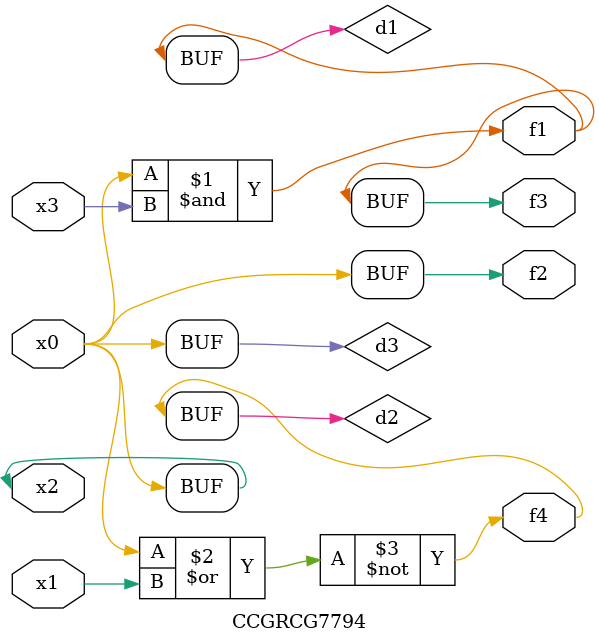
<source format=v>
module CCGRCG7794(
	input x0, x1, x2, x3,
	output f1, f2, f3, f4
);

	wire d1, d2, d3;

	and (d1, x2, x3);
	nor (d2, x0, x1);
	buf (d3, x0, x2);
	assign f1 = d1;
	assign f2 = d3;
	assign f3 = d1;
	assign f4 = d2;
endmodule

</source>
